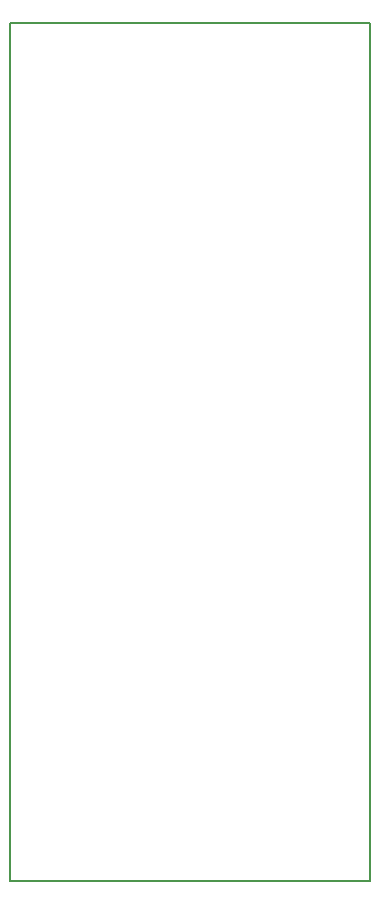
<source format=gbr>
G04 DipTrace 2.3.0.1*
%INBoardOutline.gbr*%
%MOIN*%
%ADD11C,0.006*%
%FSLAX44Y44*%
G04*
G70*
G90*
G75*
G01*
%LNBoardOutline*%
%LPD*%
X0Y0D2*
D11*
X12000D1*
Y28600D1*
X0D1*
Y0D1*
M02*

</source>
